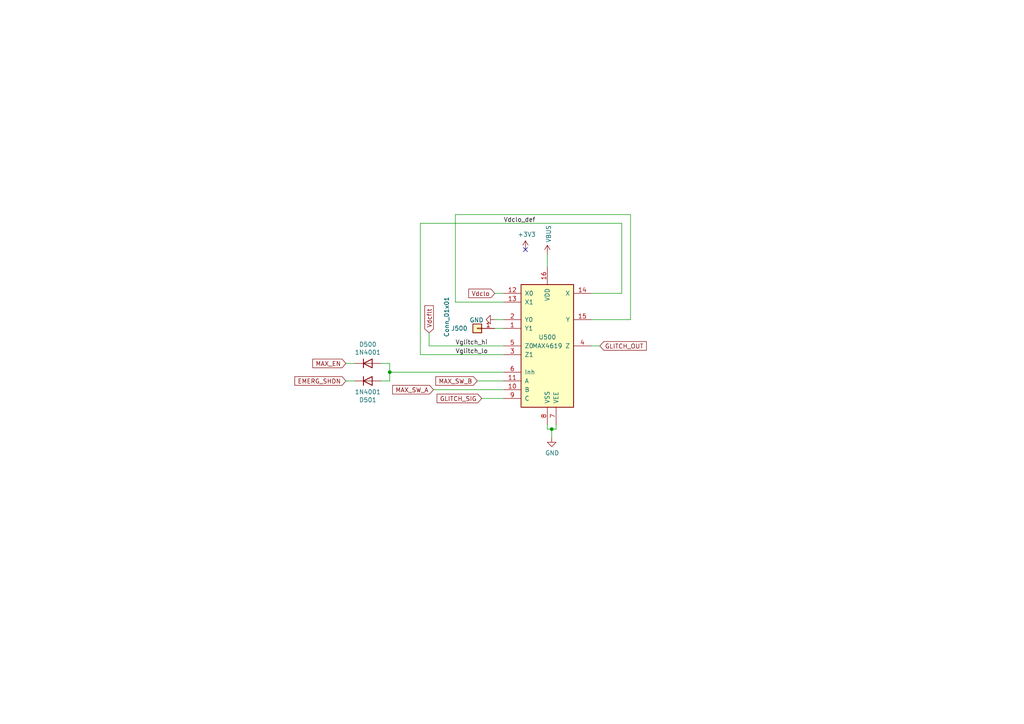
<source format=kicad_sch>
(kicad_sch (version 20211123) (generator eeschema)
  (paper "A4")
  (lib_symbols
    (symbol "4xxx:4053" (pin_names (offset 1.016))
      (property "Reference" "U" (at -7.62 19.05 0))
      (property "Value" "4053" (at -7.62 -19.05 0))
      (symbol "4053_1_0"
        (pin passive line (at -12.7 5.08 0) (length 5.08) (name "Y1") (number "1"))
        (pin input line (at -12.7 -12.7 0) (length 5.08) (name "B") (number "10"))
        (pin input line (at -12.7 -10.16 0) (length 5.08) (name "A") (number "11"))
        (pin passive line (at -12.7 15.24 0) (length 5.08) (name "X0") (number "12"))
        (pin passive line (at -12.7 12.7 0) (length 5.08) (name "X1") (number "13"))
        (pin passive line (at 12.7 15.24 180) (length 5.08) (name "X") (number "14"))
        (pin passive line (at 12.7 7.62 180) (length 5.08) (name "Y") (number "15"))
        (pin power_in line (at 0 22.86 270) (length 5.08) (name "VDD") (number "16"))
        (pin passive line (at -12.7 7.62 0) (length 5.08) (name "Y0") (number "2"))
        (pin passive line (at -12.7 -2.54 0) (length 5.08) (name "Z1") (number "3"))
        (pin passive line (at 12.7 0 180) (length 5.08) (name "Z") (number "4"))
        (pin passive line (at -12.7 0 0) (length 5.08) (name "Z0") (number "5"))
        (pin input line (at -12.7 -7.62 0) (length 5.08) (name "Inh") (number "6"))
        (pin power_in line (at 2.54 -22.86 90) (length 5.08) (name "VEE") (number "7"))
        (pin power_in line (at 0 -22.86 90) (length 5.08) (name "VSS") (number "8"))
        (pin input line (at -12.7 -15.24 0) (length 5.08) (name "C") (number "9"))
      )
      (symbol "4053_1_1"
        (rectangle (start -7.62 17.78) (end 7.62 -17.78) (stroke (width 0.254)) (fill (type background)))
      )
    )
    (symbol "Connector_Generic:Conn_01x01" (pin_names (offset 1.016) hide)
      (property "Reference" "J" (at 0 2.54 0))
      (property "Value" "Conn_01x01" (at 0 -2.54 0))
      (symbol "Conn_01x01_1_1"
        (rectangle (start -1.27 0.127) (end 0 -0.127) (stroke (width 0.1524)))
        (rectangle (start -1.27 1.27) (end 1.27 -1.27) (stroke (width 0.254)) (fill (type background)))
        (pin passive line (at -5.08 0 0) (length 3.81) (name "Pin_1") (number "1"))
      )
    )
    (symbol "Device:D" (pin_numbers hide) (pin_names (offset 1.016) hide)
      (property "Reference" "D" (at 0 2.54 0))
      (property "Value" "D" (at 0 -2.54 0))
      (symbol "D_0_1"
        (polyline (pts (xy -1.27 1.27) (xy -1.27 -1.27)) (stroke (width 0.254)))
        (polyline (pts (xy 1.27 0) (xy -1.27 0)))
        (polyline (pts (xy 1.27 1.27) (xy 1.27 -1.27) (xy -1.27 0) (xy 1.27 1.27)) (stroke (width 0.254)))
      )
      (symbol "D_1_1"
        (pin passive line (at -3.81 0 0) (length 2.54) (name "K") (number "1"))
        (pin passive line (at 3.81 0 180) (length 2.54) (name "A") (number "2"))
      )
    )
    (symbol "power:+3V3" (power) (pin_names (offset 0))
      (property "Value" "+3V3" (at 0 3.556 0))
      (symbol "+3V3_0_1"
        (polyline (pts (xy -0.762 1.27) (xy 0 2.54)))
        (polyline (pts (xy 0 0) (xy 0 2.54)))
        (polyline (pts (xy 0 2.54) (xy 0.762 1.27)))
      )
      (symbol "+3V3_1_1"
        (pin power_in line (at 0 0 90) (length 0) hide (name "+3V3") (number "1"))
      )
    )
    (symbol "power:GND" (power) (pin_names (offset 0))
      (property "Value" "GND" (at 0 -3.81 0))
      (symbol "GND_0_1"
        (polyline (pts (xy 0 0) (xy 0 -1.27) (xy 1.27 -1.27) (xy 0 -2.54) (xy -1.27 -1.27) (xy 0 -1.27)))
      )
      (symbol "GND_1_1"
        (pin power_in line (at 0 0 270) (length 0) hide (name "GND") (number "1"))
      )
    )
    (symbol "power:VBUS" (power) (pin_names (offset 0))
      (property "Value" "VBUS" (at 0 3.81 0))
      (symbol "VBUS_0_1"
        (polyline (pts (xy -0.762 1.27) (xy 0 2.54)))
        (polyline (pts (xy 0 0) (xy 0 2.54)))
        (polyline (pts (xy 0 2.54) (xy 0.762 1.27)))
      )
      (symbol "VBUS_1_1"
        (pin power_in line (at 0 0 90) (length 0) hide (name "VBUS") (number "1"))
      )
    )
  )
  (junction (at 113.03 107.95))
  (junction (at 160.02 124.46))
  (no_connect (at 152.4 72.39))
  (wire (pts (xy 113.03 107.95) (xy 146.05 107.95)))
  (wire (pts (xy 138.43 110.49) (xy 146.05 110.49)))
  (wire (pts (xy 102.87 105.41) (xy 100.33 105.41)))
  (wire (pts (xy 161.29 124.46) (xy 161.29 123.19)))
  (wire (pts (xy 143.51 95.25) (xy 146.05 95.25)))
  (wire (pts (xy 121.92 102.87) (xy 146.05 102.87)))
  (wire (pts (xy 180.34 64.77) (xy 121.92 64.77)))
  (wire (pts (xy 132.08 87.63) (xy 132.08 62.23)))
  (wire (pts (xy 110.49 110.49) (xy 113.03 110.49)))
  (wire (pts (xy 180.34 64.77) (xy 180.34 85.09)))
  (wire (pts (xy 146.05 92.71) (xy 143.51 92.71)))
  (wire (pts (xy 171.45 85.09) (xy 180.34 85.09)))
  (wire (pts (xy 160.02 124.46) (xy 161.29 124.46)))
  (wire (pts (xy 124.46 96.52) (xy 124.46 100.33)))
  (wire (pts (xy 124.46 100.33) (xy 146.05 100.33)))
  (wire (pts (xy 113.03 107.95) (xy 113.03 110.49)))
  (wire (pts (xy 139.7 115.57) (xy 146.05 115.57)))
  (wire (pts (xy 125.73 113.03) (xy 146.05 113.03)))
  (wire (pts (xy 146.05 87.63) (xy 132.08 87.63)))
  (wire (pts (xy 158.75 124.46) (xy 160.02 124.46)))
  (wire (pts (xy 158.75 77.47) (xy 158.75 73.66)))
  (wire (pts (xy 121.92 64.77) (xy 121.92 102.87)))
  (wire (pts (xy 100.33 110.49) (xy 102.87 110.49)))
  (wire (pts (xy 132.08 62.23) (xy 182.88 62.23)))
  (wire (pts (xy 158.75 124.46) (xy 158.75 123.19)))
  (wire (pts (xy 110.49 105.41) (xy 113.03 105.41)))
  (wire (pts (xy 173.99 100.33) (xy 171.45 100.33)))
  (wire (pts (xy 160.02 124.46) (xy 160.02 127)))
  (wire (pts (xy 113.03 105.41) (xy 113.03 107.95)))
  (wire (pts (xy 143.51 85.09) (xy 146.05 85.09)))
  (wire (pts (xy 182.88 92.71) (xy 171.45 92.71)))
  (wire (pts (xy 182.88 62.23) (xy 182.88 92.71)))
  (label "Vglitch_lo" (at 132.08 102.87 0))
  (label "Vdclo_def" (at 146.05 64.77 0))
  (label "Vglitch_hi" (at 132.08 100.33 0))
  (global_label "EMERG_SHDN" (shape input) (at 100.33 110.49 180) (property "Intersheet References" "${INTERSHEET_REFS}" (effects hide)))
  (global_label "MAX_EN" (shape input) (at 100.33 105.41 180) (property "Intersheet References" "${INTERSHEET_REFS}" (effects hide)))
  (global_label "MAX_SW_B" (shape input) (at 138.43 110.49 180) (property "Intersheet References" "${INTERSHEET_REFS}" (effects hide)))
  (global_label "Vdclo" (shape input) (at 143.51 85.09 180) (property "Intersheet References" "${INTERSHEET_REFS}" (effects hide)))
  (global_label "GLITCH_SIG" (shape input) (at 139.7 115.57 180) (property "Intersheet References" "${INTERSHEET_REFS}" (effects hide)))
  (global_label "GLITCH_OUT" (shape input) (at 173.99 100.33 0) (property "Intersheet References" "${INTERSHEET_REFS}" (effects hide)))
  (global_label "Vdcflt" (shape input) (at 124.46 96.52 90) (property "Intersheet References" "${INTERSHEET_REFS}" (effects hide)))
  (global_label "MAX_SW_A" (shape input) (at 125.73 113.03 180) (property "Intersheet References" "${INTERSHEET_REFS}" (effects hide)))
  (symbol (lib_id "power:VBUS") (at 158.75 73.66 0) (unit 1)
    (property "Reference" "#PWR0156" (effects hide))
    (property "Value" "VBUS" (at 159.131 70.4088 90) (effects (justify left)))
  )
  (symbol (lib_id "Connector_Generic:Conn_01x01") (at 138.43 95.25 180) (unit 1)
    (property "Reference" "J500" (at 130.81 95.25 0) (effects (justify right)))
    (property "Value" "Conn_01x01" (at 129.54 97.79 90) (effects (justify right)))
    (property "Footprint" "Connector_PinHeader_2.54mm:PinHeader_1x01_P2.54mm_Vertical" (effects hide))
  )
  (symbol (lib_id "4xxx:4053") (at 158.75 100.33 0) (unit 1)
    (property "Reference" "U500" (at 158.75 97.79 0))
    (property "Value" "MAX4619" (at 158.75 100.33 0))
    (property "Footprint" "Package_SO:SO-16_3.9x9.9mm_P1.27mm" (effects hide))
    (property "Datasheet" "http://www.intersil.com/content/dam/Intersil/documents/cd40/cd4051bms-52bms-53bms.pdf" (effects hide))
  )
  (symbol (lib_id "power:GND") (at 160.02 127 0) (unit 1)
    (property "Reference" "#PWR0149" (effects hide))
    (property "Value" "GND" (at 160.147 131.3942 0))
  )
  (symbol (lib_id "power:GND") (at 143.51 92.71 270) (unit 1)
    (property "Reference" "#PWR0150" (effects hide))
    (property "Value" "GND" (at 140.2588 92.837 90) (effects (justify right)))
  )
  (symbol (lib_id "power:+3V3") (at 152.4 72.39 0) (unit 1)
    (property "Reference" "#PWR0152" (effects hide))
    (property "Value" "+3V3" (at 152.781 67.9958 0))
  )
  (symbol (lib_id "Device:D") (at 106.68 105.41 0) (unit 1)
    (property "Reference" "D500" (at 106.68 99.8982 0))
    (property "Value" "1N4001" (at 106.68 102.2096 0))
    (property "Footprint" "Diode_SMD:D_SOD-123" (effects hide))
  )
  (symbol (lib_id "Device:D") (at 106.68 110.49 0) (mirror x) (unit 1)
    (property "Reference" "D501" (at 106.68 116.0018 0))
    (property "Value" "1N4001" (at 106.68 113.6904 0))
    (property "Footprint" "Diode_SMD:D_SOD-123" (effects hide))
  )
)
</source>
